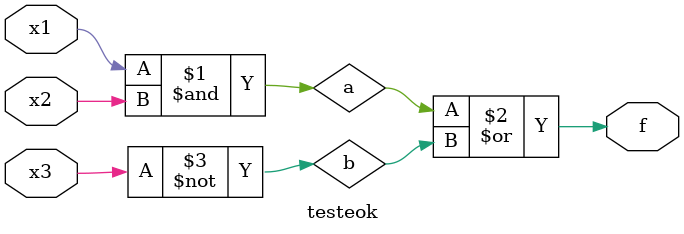
<source format=v>
module testeok (f, x1, x2, x3);
	input x1, x2, x3;
	output f;
	
	and(a, x1, x2);
	not(b, x3);
	or(f, a, b);
endmodule 
</source>
